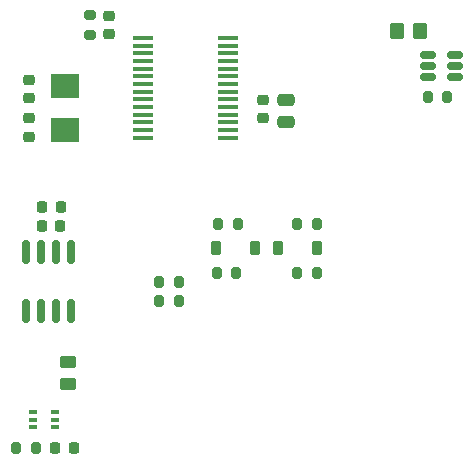
<source format=gbr>
G04 #@! TF.GenerationSoftware,KiCad,Pcbnew,9.0.0-rc2-6-ga1fa0bdb0b*
G04 #@! TF.CreationDate,2025-02-11T11:14:16+02:00*
G04 #@! TF.ProjectId,can_link_r1,63616e5f-6c69-46e6-9b5f-72312e6b6963,Rev 4*
G04 #@! TF.SameCoordinates,Original*
G04 #@! TF.FileFunction,Paste,Top*
G04 #@! TF.FilePolarity,Positive*
%FSLAX46Y46*%
G04 Gerber Fmt 4.6, Leading zero omitted, Abs format (unit mm)*
G04 Created by KiCad (PCBNEW 9.0.0-rc2-6-ga1fa0bdb0b) date 2025-02-11 11:14:16*
%MOMM*%
%LPD*%
G01*
G04 APERTURE LIST*
G04 Aperture macros list*
%AMRoundRect*
0 Rectangle with rounded corners*
0 $1 Rounding radius*
0 $2 $3 $4 $5 $6 $7 $8 $9 X,Y pos of 4 corners*
0 Add a 4 corners polygon primitive as box body*
4,1,4,$2,$3,$4,$5,$6,$7,$8,$9,$2,$3,0*
0 Add four circle primitives for the rounded corners*
1,1,$1+$1,$2,$3*
1,1,$1+$1,$4,$5*
1,1,$1+$1,$6,$7*
1,1,$1+$1,$8,$9*
0 Add four rect primitives between the rounded corners*
20,1,$1+$1,$2,$3,$4,$5,0*
20,1,$1+$1,$4,$5,$6,$7,0*
20,1,$1+$1,$6,$7,$8,$9,0*
20,1,$1+$1,$8,$9,$2,$3,0*%
G04 Aperture macros list end*
%ADD10RoundRect,0.150000X-0.150000X0.825000X-0.150000X-0.825000X0.150000X-0.825000X0.150000X0.825000X0*%
%ADD11RoundRect,0.225000X-0.225000X-0.250000X0.225000X-0.250000X0.225000X0.250000X-0.225000X0.250000X0*%
%ADD12RoundRect,0.250000X-0.450000X0.262500X-0.450000X-0.262500X0.450000X-0.262500X0.450000X0.262500X0*%
%ADD13R,2.400000X2.000000*%
%ADD14RoundRect,0.200000X-0.200000X-0.275000X0.200000X-0.275000X0.200000X0.275000X-0.200000X0.275000X0*%
%ADD15RoundRect,0.200000X0.200000X0.275000X-0.200000X0.275000X-0.200000X-0.275000X0.200000X-0.275000X0*%
%ADD16RoundRect,0.225000X-0.250000X0.225000X-0.250000X-0.225000X0.250000X-0.225000X0.250000X0.225000X0*%
%ADD17R,1.750000X0.450000*%
%ADD18RoundRect,0.225000X-0.225000X-0.375000X0.225000X-0.375000X0.225000X0.375000X-0.225000X0.375000X0*%
%ADD19RoundRect,0.225000X0.250000X-0.225000X0.250000X0.225000X-0.250000X0.225000X-0.250000X-0.225000X0*%
%ADD20RoundRect,0.218750X0.218750X0.256250X-0.218750X0.256250X-0.218750X-0.256250X0.218750X-0.256250X0*%
%ADD21RoundRect,0.100000X-0.225000X-0.100000X0.225000X-0.100000X0.225000X0.100000X-0.225000X0.100000X0*%
%ADD22RoundRect,0.150000X-0.512500X-0.150000X0.512500X-0.150000X0.512500X0.150000X-0.512500X0.150000X0*%
%ADD23RoundRect,0.250000X-0.475000X0.250000X-0.475000X-0.250000X0.475000X-0.250000X0.475000X0.250000X0*%
%ADD24RoundRect,0.200000X-0.275000X0.200000X-0.275000X-0.200000X0.275000X-0.200000X0.275000X0.200000X0*%
%ADD25RoundRect,0.225000X0.225000X0.375000X-0.225000X0.375000X-0.225000X-0.375000X0.225000X-0.375000X0*%
%ADD26RoundRect,0.250000X0.350000X0.450000X-0.350000X0.450000X-0.350000X-0.450000X0.350000X-0.450000X0*%
G04 APERTURE END LIST*
D10*
G04 #@! TO.C,U4*
X150150000Y-115890000D03*
X148880000Y-115890000D03*
X147610000Y-115890000D03*
X146340000Y-115890000D03*
X146340000Y-120840000D03*
X147610000Y-120840000D03*
X148880000Y-120840000D03*
X150150000Y-120840000D03*
G04 #@! TD*
D11*
G04 #@! TO.C,C5*
X147695000Y-112025000D03*
X149245000Y-112025000D03*
G04 #@! TD*
D12*
G04 #@! TO.C,R14*
X149900000Y-125187500D03*
X149900000Y-127012500D03*
G04 #@! TD*
D13*
G04 #@! TO.C,Y1*
X149590000Y-101840000D03*
X149590000Y-105540000D03*
G04 #@! TD*
D14*
G04 #@! TO.C,R17*
X162600000Y-113450000D03*
X164250000Y-113450000D03*
G04 #@! TD*
D15*
G04 #@! TO.C,R16*
X170925000Y-113450000D03*
X169275000Y-113450000D03*
G04 #@! TD*
D16*
G04 #@! TO.C,C3*
X166350000Y-102950000D03*
X166350000Y-104500000D03*
G04 #@! TD*
D17*
G04 #@! TO.C,U3*
X156250000Y-97725000D03*
X156250000Y-98375000D03*
X156250000Y-99025000D03*
X156250000Y-99675000D03*
X156250000Y-100325000D03*
X156250000Y-100975000D03*
X156250000Y-101625000D03*
X156250000Y-102275000D03*
X156250000Y-102925000D03*
X156250000Y-103575000D03*
X156250000Y-104225000D03*
X156250000Y-104875000D03*
X156250000Y-105525000D03*
X156250000Y-106175000D03*
X163450000Y-106175000D03*
X163450000Y-105525000D03*
X163450000Y-104875000D03*
X163450000Y-104225000D03*
X163450000Y-103575000D03*
X163450000Y-102925000D03*
X163450000Y-102275000D03*
X163450000Y-101625000D03*
X163450000Y-100975000D03*
X163450000Y-100325000D03*
X163450000Y-99675000D03*
X163450000Y-99025000D03*
X163450000Y-98375000D03*
X163450000Y-97725000D03*
G04 #@! TD*
D18*
G04 #@! TO.C,D4*
X162425000Y-115550000D03*
X165725000Y-115550000D03*
G04 #@! TD*
D19*
G04 #@! TO.C,C1*
X153350000Y-97425000D03*
X153350000Y-95875000D03*
G04 #@! TD*
D14*
G04 #@! TO.C,R2*
X145475000Y-132435000D03*
X147125000Y-132435000D03*
G04 #@! TD*
D20*
G04 #@! TO.C,D1*
X150362500Y-132475000D03*
X148787500Y-132475000D03*
G04 #@! TD*
D14*
G04 #@! TO.C,R21*
X180325000Y-102700000D03*
X181975000Y-102700000D03*
G04 #@! TD*
D15*
G04 #@! TO.C,R20*
X159250000Y-120025000D03*
X157600000Y-120025000D03*
G04 #@! TD*
G04 #@! TO.C,R18*
X164100000Y-117600000D03*
X162450000Y-117600000D03*
G04 #@! TD*
D16*
G04 #@! TO.C,C6*
X146580000Y-101300000D03*
X146580000Y-102850000D03*
G04 #@! TD*
D11*
G04 #@! TO.C,C4*
X147670000Y-113625000D03*
X149220000Y-113625000D03*
G04 #@! TD*
D19*
G04 #@! TO.C,C2*
X146580000Y-106080000D03*
X146580000Y-104530000D03*
G04 #@! TD*
D21*
G04 #@! TO.C,U1*
X148800000Y-129400000D03*
X148800000Y-130050000D03*
X148800000Y-130700000D03*
X146900000Y-130700000D03*
X146900000Y-130050000D03*
X146900000Y-129400000D03*
G04 #@! TD*
D14*
G04 #@! TO.C,R15*
X169275000Y-117600000D03*
X170925000Y-117600000D03*
G04 #@! TD*
D22*
G04 #@! TO.C,U2*
X180350000Y-99150000D03*
X180350000Y-100100000D03*
X180350000Y-101050000D03*
X182625000Y-101050000D03*
X182625000Y-100100000D03*
X182625000Y-99150000D03*
G04 #@! TD*
D23*
G04 #@! TO.C,C10*
X168350000Y-102950000D03*
X168350000Y-104850000D03*
G04 #@! TD*
D24*
G04 #@! TO.C,R4*
X151700000Y-95825000D03*
X151700000Y-97475000D03*
G04 #@! TD*
D25*
G04 #@! TO.C,D3*
X170950000Y-115550000D03*
X167650000Y-115550000D03*
G04 #@! TD*
D14*
G04 #@! TO.C,R19*
X157600000Y-118375000D03*
X159250000Y-118375000D03*
G04 #@! TD*
D26*
G04 #@! TO.C,R1*
X179710000Y-97140000D03*
X177710000Y-97140000D03*
G04 #@! TD*
M02*

</source>
